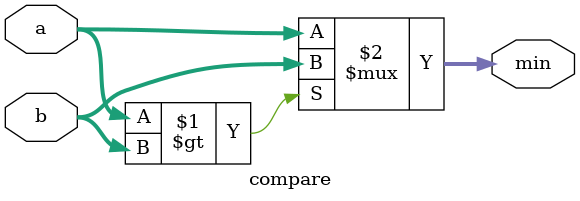
<source format=v>
module compare (a, b, min);

	input [2:0] a;
    input [2:0] b;
    output wire [2:0] min;

    assign min = (a > b) ? b : a;

endmodule
</source>
